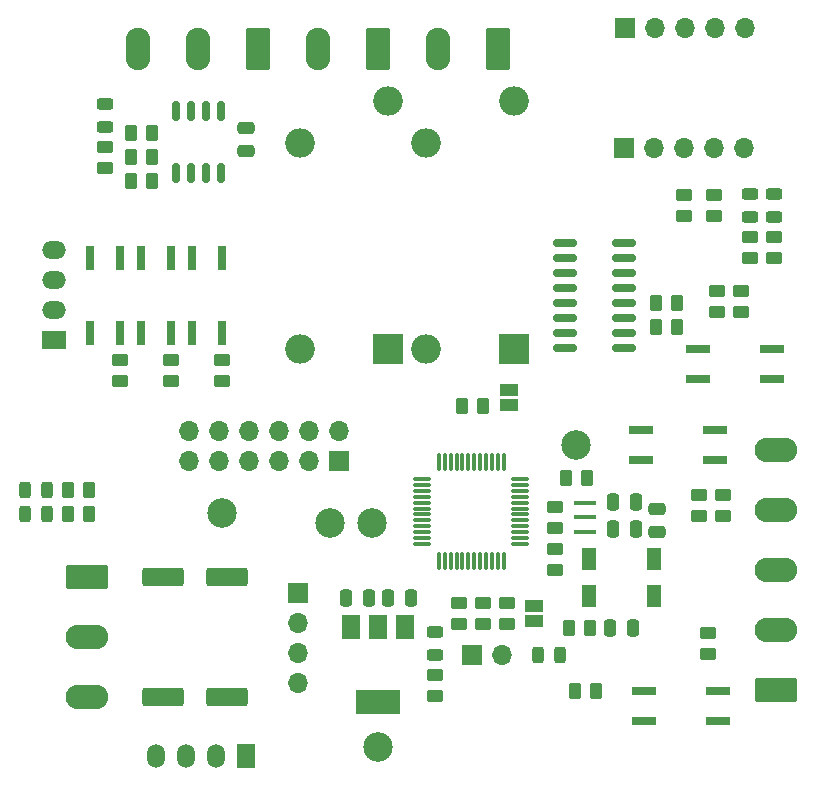
<source format=gbr>
%TF.GenerationSoftware,KiCad,Pcbnew,(6.99.0-3568-gdcfcfd5f29)*%
%TF.CreationDate,2022-10-11T21:14:32+03:00*%
%TF.ProjectId,welder ac diy mainboard,77656c64-6572-4206-9163-20646979206d,rev?*%
%TF.SameCoordinates,Original*%
%TF.FileFunction,Soldermask,Top*%
%TF.FilePolarity,Negative*%
%FSLAX46Y46*%
G04 Gerber Fmt 4.6, Leading zero omitted, Abs format (unit mm)*
G04 Created by KiCad (PCBNEW (6.99.0-3568-gdcfcfd5f29)) date 2022-10-11 21:14:32*
%MOMM*%
%LPD*%
G01*
G04 APERTURE LIST*
G04 Aperture macros list*
%AMRoundRect*
0 Rectangle with rounded corners*
0 $1 Rounding radius*
0 $2 $3 $4 $5 $6 $7 $8 $9 X,Y pos of 4 corners*
0 Add a 4 corners polygon primitive as box body*
4,1,4,$2,$3,$4,$5,$6,$7,$8,$9,$2,$3,0*
0 Add four circle primitives for the rounded corners*
1,1,$1+$1,$2,$3*
1,1,$1+$1,$4,$5*
1,1,$1+$1,$6,$7*
1,1,$1+$1,$8,$9*
0 Add four rect primitives between the rounded corners*
20,1,$1+$1,$2,$3,$4,$5,0*
20,1,$1+$1,$4,$5,$6,$7,0*
20,1,$1+$1,$6,$7,$8,$9,0*
20,1,$1+$1,$8,$9,$2,$3,0*%
G04 Aperture macros list end*
%ADD10C,2.500000*%
%ADD11RoundRect,0.150000X0.850000X0.150000X-0.850000X0.150000X-0.850000X-0.150000X0.850000X-0.150000X0*%
%ADD12RoundRect,0.250000X0.262500X0.450000X-0.262500X0.450000X-0.262500X-0.450000X0.262500X-0.450000X0*%
%ADD13RoundRect,0.250000X0.450000X-0.262500X0.450000X0.262500X-0.450000X0.262500X-0.450000X-0.262500X0*%
%ADD14RoundRect,0.250000X-0.262500X-0.450000X0.262500X-0.450000X0.262500X0.450000X-0.262500X0.450000X0*%
%ADD15R,2.500000X2.500000*%
%ADD16O,2.500000X2.500000*%
%ADD17RoundRect,0.249999X-1.550001X0.790001X-1.550001X-0.790001X1.550001X-0.790001X1.550001X0.790001X0*%
%ADD18O,3.600000X2.080000*%
%ADD19RoundRect,0.250000X-0.250000X-0.475000X0.250000X-0.475000X0.250000X0.475000X-0.250000X0.475000X0*%
%ADD20RoundRect,0.250000X0.250000X0.475000X-0.250000X0.475000X-0.250000X-0.475000X0.250000X-0.475000X0*%
%ADD21RoundRect,0.250000X-1.500000X-0.550000X1.500000X-0.550000X1.500000X0.550000X-1.500000X0.550000X0*%
%ADD22R,1.300000X1.900000*%
%ADD23R,1.500000X2.000000*%
%ADD24O,1.500000X2.000000*%
%ADD25RoundRect,0.243750X-0.456250X0.243750X-0.456250X-0.243750X0.456250X-0.243750X0.456250X0.243750X0*%
%ADD26R,2.000000X1.500000*%
%ADD27O,2.000000X1.500000*%
%ADD28O,1.700000X1.700000*%
%ADD29R,1.700000X1.700000*%
%ADD30R,2.000000X0.640000*%
%ADD31R,0.640000X2.000000*%
%ADD32R,1.500000X1.000000*%
%ADD33RoundRect,0.249999X0.790001X1.550001X-0.790001X1.550001X-0.790001X-1.550001X0.790001X-1.550001X0*%
%ADD34O,2.080000X3.600000*%
%ADD35RoundRect,0.243750X-0.243750X-0.456250X0.243750X-0.456250X0.243750X0.456250X-0.243750X0.456250X0*%
%ADD36RoundRect,0.250000X-0.450000X0.262500X-0.450000X-0.262500X0.450000X-0.262500X0.450000X0.262500X0*%
%ADD37RoundRect,0.150000X0.150000X-0.675000X0.150000X0.675000X-0.150000X0.675000X-0.150000X-0.675000X0*%
%ADD38RoundRect,0.075000X0.662500X0.075000X-0.662500X0.075000X-0.662500X-0.075000X0.662500X-0.075000X0*%
%ADD39RoundRect,0.075000X0.075000X0.662500X-0.075000X0.662500X-0.075000X-0.662500X0.075000X-0.662500X0*%
%ADD40RoundRect,0.250000X-0.475000X0.250000X-0.475000X-0.250000X0.475000X-0.250000X0.475000X0.250000X0*%
%ADD41RoundRect,0.249999X1.550001X-0.790001X1.550001X0.790001X-1.550001X0.790001X-1.550001X-0.790001X0*%
%ADD42R,3.800000X2.000000*%
%ADD43R,1.900000X0.400000*%
G04 APERTURE END LIST*
D10*
%TO.C,TP5*%
X81534000Y-115951000D03*
%TD*%
%TO.C,TP4*%
X68326000Y-96139000D03*
%TD*%
D11*
%TO.C,U2*%
X102322000Y-82169000D03*
X102322000Y-80899000D03*
X102322000Y-79629000D03*
X102322000Y-78359000D03*
X102322000Y-77089000D03*
X102322000Y-75819000D03*
X102322000Y-74549000D03*
X102322000Y-73279000D03*
X97322000Y-73279000D03*
X97322000Y-74549000D03*
X97322000Y-75819000D03*
X97322000Y-77089000D03*
X97322000Y-78359000D03*
X97322000Y-79629000D03*
X97322000Y-80899000D03*
X97322000Y-82169000D03*
%TD*%
D12*
%TO.C,R24*%
X106830500Y-80391000D03*
X105005500Y-80391000D03*
%TD*%
%TO.C,R23*%
X106830500Y-78359000D03*
X105005500Y-78359000D03*
%TD*%
D13*
%TO.C,R22*%
X59690000Y-84986500D03*
X59690000Y-83161500D03*
%TD*%
D10*
%TO.C,TP3*%
X81026000Y-97028000D03*
%TD*%
D13*
%TO.C,R12*%
X86360000Y-111656500D03*
X86360000Y-109831500D03*
%TD*%
D14*
%TO.C,R6*%
X88599000Y-87122000D03*
X90424000Y-87122000D03*
%TD*%
D13*
%TO.C,R10*%
X109982000Y-71016500D03*
X109982000Y-69191500D03*
%TD*%
%TO.C,R20*%
X64008000Y-84986500D03*
X64008000Y-83161500D03*
%TD*%
D15*
%TO.C,K1*%
X93065499Y-82289499D03*
D16*
X93065499Y-61289499D03*
X85565499Y-64789499D03*
X85565499Y-82289499D03*
%TD*%
D17*
%TO.C,J7*%
X56863500Y-101600000D03*
D18*
X56863499Y-106679999D03*
X56863499Y-111759999D03*
%TD*%
D19*
%TO.C,C5*%
X82362000Y-103378000D03*
X84262000Y-103378000D03*
%TD*%
D10*
%TO.C,TP1*%
X98298000Y-90424000D03*
%TD*%
D20*
%TO.C,C8*%
X103058000Y-105918000D03*
X101158000Y-105918000D03*
%TD*%
D21*
%TO.C,C3*%
X63340000Y-101600000D03*
X68740000Y-101600000D03*
%TD*%
D22*
%TO.C,Y3*%
X104857999Y-99999999D03*
X99357999Y-99999999D03*
X99357999Y-103199999D03*
X104857999Y-103199999D03*
%TD*%
D23*
%TO.C,U9*%
X70310499Y-116750499D03*
D24*
X67770499Y-116750499D03*
X65230499Y-116750499D03*
X62690499Y-116750499D03*
%TD*%
D25*
%TO.C,D3*%
X115062000Y-69166500D03*
X115062000Y-71041500D03*
%TD*%
D26*
%TO.C,U3*%
X54101999Y-81486499D03*
D27*
X54101999Y-78946499D03*
X54101999Y-76406499D03*
X54101999Y-73866499D03*
%TD*%
D28*
%TO.C,J3*%
X65506999Y-89173999D03*
X65506999Y-91713999D03*
X68046999Y-89173999D03*
X68046999Y-91713999D03*
X70586999Y-89173999D03*
X70586999Y-91713999D03*
X73126999Y-89173999D03*
X73126999Y-91713999D03*
X75666999Y-89173999D03*
X75666999Y-91713999D03*
X78206999Y-89173999D03*
D29*
X78206999Y-91713999D03*
%TD*%
D30*
%TO.C,U12*%
X104037999Y-111251999D03*
X104037999Y-113791999D03*
X110337999Y-113791999D03*
X110337999Y-111251999D03*
%TD*%
D31*
%TO.C,U7*%
X57149999Y-80873999D03*
X59689999Y-80873999D03*
X59689999Y-74573999D03*
X57149999Y-74573999D03*
%TD*%
D30*
%TO.C,U13*%
X114909999Y-84835999D03*
X114909999Y-82295999D03*
X108609999Y-82295999D03*
X108609999Y-84835999D03*
%TD*%
D10*
%TO.C,TP2*%
X77470000Y-97028000D03*
%TD*%
D14*
%TO.C,R1*%
X60555500Y-68072000D03*
X62380500Y-68072000D03*
%TD*%
D13*
%TO.C,R18*%
X88392000Y-105560500D03*
X88392000Y-103735500D03*
%TD*%
D32*
%TO.C,JP2*%
X92559499Y-85709999D03*
X92559499Y-87009999D03*
%TD*%
D33*
%TO.C,J4*%
X91694000Y-56896000D03*
D34*
X86613999Y-56895999D03*
%TD*%
D14*
%TO.C,R3*%
X60555500Y-66040000D03*
X62380500Y-66040000D03*
%TD*%
D19*
%TO.C,C4*%
X78806000Y-103378000D03*
X80706000Y-103378000D03*
%TD*%
D14*
%TO.C,R2*%
X60555500Y-64008000D03*
X62380500Y-64008000D03*
%TD*%
D21*
%TO.C,C2*%
X63340000Y-111760000D03*
X68740000Y-111760000D03*
%TD*%
D35*
%TO.C,D5*%
X51640500Y-96266000D03*
X53515500Y-96266000D03*
%TD*%
D36*
%TO.C,R26*%
X108712000Y-94591500D03*
X108712000Y-96416500D03*
%TD*%
D37*
%TO.C,U4*%
X64389000Y-67395000D03*
X65659000Y-67395000D03*
X66929000Y-67395000D03*
X68199000Y-67395000D03*
X68199000Y-62145000D03*
X66929000Y-62145000D03*
X65659000Y-62145000D03*
X64389000Y-62145000D03*
%TD*%
D33*
%TO.C,J5*%
X81534000Y-56863500D03*
D34*
X76453999Y-56863499D03*
%TD*%
D12*
%TO.C,R16*%
X57046500Y-94234000D03*
X55221500Y-94234000D03*
%TD*%
D14*
%TO.C,R11*%
X97639500Y-105918000D03*
X99464500Y-105918000D03*
%TD*%
D35*
%TO.C,D1*%
X95074500Y-108204000D03*
X96949500Y-108204000D03*
%TD*%
D12*
%TO.C,R15*%
X55221500Y-96266000D03*
X57046500Y-96266000D03*
%TD*%
D29*
%TO.C,J9*%
X89427999Y-108178999D03*
D28*
X91967999Y-108178999D03*
%TD*%
D13*
%TO.C,R9*%
X107442000Y-71016500D03*
X107442000Y-69191500D03*
%TD*%
D25*
%TO.C,D2*%
X86360000Y-106250500D03*
X86360000Y-108125500D03*
%TD*%
D13*
%TO.C,R14*%
X113030000Y-74572500D03*
X113030000Y-72747500D03*
%TD*%
D38*
%TO.C,U1*%
X93570500Y-98762000D03*
X93570500Y-98262000D03*
X93570500Y-97762000D03*
X93570500Y-97262000D03*
X93570500Y-96762000D03*
X93570500Y-96262000D03*
X93570500Y-95762000D03*
X93570500Y-95262000D03*
X93570500Y-94762000D03*
X93570500Y-94262000D03*
X93570500Y-93762000D03*
X93570500Y-93262000D03*
D39*
X92158000Y-91849500D03*
X91658000Y-91849500D03*
X91158000Y-91849500D03*
X90658000Y-91849500D03*
X90158000Y-91849500D03*
X89658000Y-91849500D03*
X89158000Y-91849500D03*
X88658000Y-91849500D03*
X88158000Y-91849500D03*
X87658000Y-91849500D03*
X87158000Y-91849500D03*
X86658000Y-91849500D03*
D38*
X85245500Y-93262000D03*
X85245500Y-93762000D03*
X85245500Y-94262000D03*
X85245500Y-94762000D03*
X85245500Y-95262000D03*
X85245500Y-95762000D03*
X85245500Y-96262000D03*
X85245500Y-96762000D03*
X85245500Y-97262000D03*
X85245500Y-97762000D03*
X85245500Y-98262000D03*
X85245500Y-98762000D03*
D39*
X86658000Y-100174500D03*
X87158000Y-100174500D03*
X87658000Y-100174500D03*
X88158000Y-100174500D03*
X88658000Y-100174500D03*
X89158000Y-100174500D03*
X89658000Y-100174500D03*
X90158000Y-100174500D03*
X90658000Y-100174500D03*
X91158000Y-100174500D03*
X91658000Y-100174500D03*
X92158000Y-100174500D03*
%TD*%
D31*
%TO.C,U6*%
X65785999Y-80873999D03*
X68325999Y-80873999D03*
X68325999Y-74573999D03*
X65785999Y-74573999D03*
%TD*%
D40*
%TO.C,C1*%
X70358000Y-63566000D03*
X70358000Y-65466000D03*
%TD*%
D13*
%TO.C,R17*%
X58420000Y-66952500D03*
X58420000Y-65127500D03*
%TD*%
%TO.C,R5*%
X92456000Y-105560500D03*
X92456000Y-103735500D03*
%TD*%
%TO.C,R13*%
X115062000Y-74572500D03*
X115062000Y-72747500D03*
%TD*%
D29*
%TO.C,J8*%
X74700999Y-102879999D03*
D28*
X74700999Y-105419999D03*
X74700999Y-107959999D03*
X74700999Y-110499999D03*
%TD*%
D13*
%TO.C,R7*%
X96520000Y-97432500D03*
X96520000Y-95607500D03*
%TD*%
%TO.C,R29*%
X110236000Y-79144500D03*
X110236000Y-77319500D03*
%TD*%
D29*
%TO.C,J2*%
X102391999Y-55092999D03*
D28*
X104931999Y-55092999D03*
X107471999Y-55092999D03*
X110011999Y-55092999D03*
X112551999Y-55092999D03*
%TD*%
D29*
%TO.C,J1*%
X102361999Y-65277999D03*
D28*
X104901999Y-65277999D03*
X107441999Y-65277999D03*
X109981999Y-65277999D03*
X112521999Y-65277999D03*
%TD*%
D30*
%TO.C,U11*%
X110083999Y-91693999D03*
X110083999Y-89153999D03*
X103783999Y-89153999D03*
X103783999Y-91693999D03*
%TD*%
D13*
%TO.C,R28*%
X112268000Y-79144500D03*
X112268000Y-77319500D03*
%TD*%
D14*
%TO.C,R4*%
X97385500Y-93218000D03*
X99210500Y-93218000D03*
%TD*%
D35*
%TO.C,D6*%
X51640500Y-94234000D03*
X53515500Y-94234000D03*
%TD*%
D12*
%TO.C,R30*%
X99972500Y-111252000D03*
X98147500Y-111252000D03*
%TD*%
D41*
%TO.C,J10*%
X115222500Y-111160000D03*
D18*
X115222499Y-106079999D03*
X115222499Y-100999999D03*
X115222499Y-95919999D03*
X115222499Y-90839999D03*
%TD*%
D32*
%TO.C,JP1*%
X94741999Y-103997999D03*
X94741999Y-105297999D03*
%TD*%
D40*
%TO.C,C9*%
X105156000Y-95824000D03*
X105156000Y-97724000D03*
%TD*%
D20*
%TO.C,C6*%
X103312000Y-97536000D03*
X101412000Y-97536000D03*
%TD*%
D13*
%TO.C,R27*%
X109474000Y-108100500D03*
X109474000Y-106275500D03*
%TD*%
D25*
%TO.C,D7*%
X58420000Y-61546500D03*
X58420000Y-63421500D03*
%TD*%
D20*
%TO.C,C7*%
X103312000Y-95250000D03*
X101412000Y-95250000D03*
%TD*%
D23*
%TO.C,U8*%
X83833999Y-105815999D03*
X81533999Y-105815999D03*
D42*
X81533999Y-112115999D03*
D23*
X79233999Y-105815999D03*
%TD*%
D13*
%TO.C,R8*%
X96520000Y-100988500D03*
X96520000Y-99163500D03*
%TD*%
D43*
%TO.C,Y1*%
X99059999Y-97719999D03*
X99059999Y-96519999D03*
X99059999Y-95319999D03*
%TD*%
D13*
%TO.C,R19*%
X90424000Y-105560500D03*
X90424000Y-103735500D03*
%TD*%
D25*
%TO.C,D4*%
X113030000Y-69166500D03*
X113030000Y-71041500D03*
%TD*%
D36*
%TO.C,R25*%
X110744000Y-94591500D03*
X110744000Y-96416500D03*
%TD*%
D33*
%TO.C,J6*%
X71374000Y-56896000D03*
D34*
X66293999Y-56895999D03*
X61213999Y-56895999D03*
%TD*%
D31*
%TO.C,U5*%
X61467999Y-80873999D03*
X64007999Y-80873999D03*
X64007999Y-74573999D03*
X61467999Y-74573999D03*
%TD*%
D15*
%TO.C,K2*%
X82397499Y-82289499D03*
D16*
X82397499Y-61289499D03*
X74897499Y-64789499D03*
X74897499Y-82289499D03*
%TD*%
D13*
%TO.C,R21*%
X68326000Y-84986500D03*
X68326000Y-83161500D03*
%TD*%
M02*

</source>
